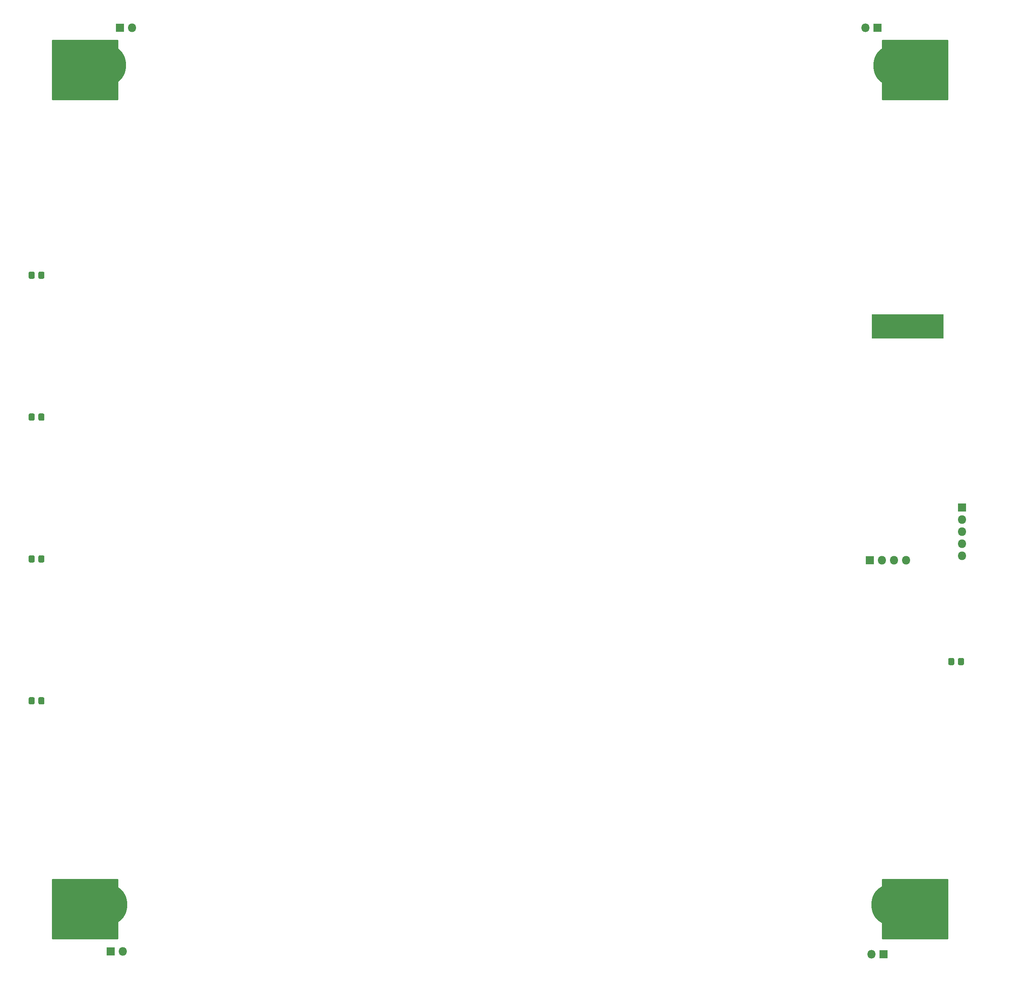
<source format=gbr>
%TF.GenerationSoftware,KiCad,Pcbnew,5.1.6-c6e7f7d~87~ubuntu18.04.1*%
%TF.CreationDate,2020-08-30T13:02:08+02:00*%
%TF.ProjectId,Elektronik,456c656b-7472-46f6-9e69-6b2e6b696361,rev?*%
%TF.SameCoordinates,Original*%
%TF.FileFunction,Soldermask,Bot*%
%TF.FilePolarity,Negative*%
%FSLAX46Y46*%
G04 Gerber Fmt 4.6, Leading zero omitted, Abs format (unit mm)*
G04 Created by KiCad (PCBNEW 5.1.6-c6e7f7d~87~ubuntu18.04.1) date 2020-08-30 13:02:08*
%MOMM*%
%LPD*%
G01*
G04 APERTURE LIST*
%ADD10O,1.800000X1.800000*%
%ADD11R,1.800000X1.800000*%
%ADD12R,15.100000X5.100000*%
%ADD13C,1.000000*%
%ADD14C,8.700000*%
%ADD15C,0.254000*%
G04 APERTURE END LIST*
D10*
%TO.C,J10*%
X218694000Y-133604000D03*
X216154000Y-133604000D03*
X213614000Y-133604000D03*
D11*
X211074000Y-133604000D03*
%TD*%
%TO.C,D535*%
G36*
G01*
X36205000Y-133828262D02*
X36205000Y-132871738D01*
G75*
G02*
X36476738Y-132600000I271738J0D01*
G01*
X37183262Y-132600000D01*
G75*
G02*
X37455000Y-132871738I0J-271738D01*
G01*
X37455000Y-133828262D01*
G75*
G02*
X37183262Y-134100000I-271738J0D01*
G01*
X36476738Y-134100000D01*
G75*
G02*
X36205000Y-133828262I0J271738D01*
G01*
G37*
G36*
G01*
X34155000Y-133828262D02*
X34155000Y-132871738D01*
G75*
G02*
X34426738Y-132600000I271738J0D01*
G01*
X35133262Y-132600000D01*
G75*
G02*
X35405000Y-132871738I0J-271738D01*
G01*
X35405000Y-133828262D01*
G75*
G02*
X35133262Y-134100000I-271738J0D01*
G01*
X34426738Y-134100000D01*
G75*
G02*
X34155000Y-133828262I0J271738D01*
G01*
G37*
%TD*%
%TO.C,D534*%
G36*
G01*
X36205000Y-163673262D02*
X36205000Y-162716738D01*
G75*
G02*
X36476738Y-162445000I271738J0D01*
G01*
X37183262Y-162445000D01*
G75*
G02*
X37455000Y-162716738I0J-271738D01*
G01*
X37455000Y-163673262D01*
G75*
G02*
X37183262Y-163945000I-271738J0D01*
G01*
X36476738Y-163945000D01*
G75*
G02*
X36205000Y-163673262I0J271738D01*
G01*
G37*
G36*
G01*
X34155000Y-163673262D02*
X34155000Y-162716738D01*
G75*
G02*
X34426738Y-162445000I271738J0D01*
G01*
X35133262Y-162445000D01*
G75*
G02*
X35405000Y-162716738I0J-271738D01*
G01*
X35405000Y-163673262D01*
G75*
G02*
X35133262Y-163945000I-271738J0D01*
G01*
X34426738Y-163945000D01*
G75*
G02*
X34155000Y-163673262I0J271738D01*
G01*
G37*
%TD*%
%TO.C,D533*%
G36*
G01*
X36205000Y-74138262D02*
X36205000Y-73181738D01*
G75*
G02*
X36476738Y-72910000I271738J0D01*
G01*
X37183262Y-72910000D01*
G75*
G02*
X37455000Y-73181738I0J-271738D01*
G01*
X37455000Y-74138262D01*
G75*
G02*
X37183262Y-74410000I-271738J0D01*
G01*
X36476738Y-74410000D01*
G75*
G02*
X36205000Y-74138262I0J271738D01*
G01*
G37*
G36*
G01*
X34155000Y-74138262D02*
X34155000Y-73181738D01*
G75*
G02*
X34426738Y-72910000I271738J0D01*
G01*
X35133262Y-72910000D01*
G75*
G02*
X35405000Y-73181738I0J-271738D01*
G01*
X35405000Y-74138262D01*
G75*
G02*
X35133262Y-74410000I-271738J0D01*
G01*
X34426738Y-74410000D01*
G75*
G02*
X34155000Y-74138262I0J271738D01*
G01*
G37*
%TD*%
%TO.C,D532*%
G36*
G01*
X36205000Y-103983262D02*
X36205000Y-103026738D01*
G75*
G02*
X36476738Y-102755000I271738J0D01*
G01*
X37183262Y-102755000D01*
G75*
G02*
X37455000Y-103026738I0J-271738D01*
G01*
X37455000Y-103983262D01*
G75*
G02*
X37183262Y-104255000I-271738J0D01*
G01*
X36476738Y-104255000D01*
G75*
G02*
X36205000Y-103983262I0J271738D01*
G01*
G37*
G36*
G01*
X34155000Y-103983262D02*
X34155000Y-103026738D01*
G75*
G02*
X34426738Y-102755000I271738J0D01*
G01*
X35133262Y-102755000D01*
G75*
G02*
X35405000Y-103026738I0J-271738D01*
G01*
X35405000Y-103983262D01*
G75*
G02*
X35133262Y-104255000I-271738J0D01*
G01*
X34426738Y-104255000D01*
G75*
G02*
X34155000Y-103983262I0J271738D01*
G01*
G37*
%TD*%
D10*
%TO.C,J9*%
X55880000Y-21590000D03*
D11*
X53340000Y-21590000D03*
%TD*%
D10*
%TO.C,J8*%
X210185000Y-21590000D03*
D11*
X212725000Y-21590000D03*
%TD*%
D10*
%TO.C,J7*%
X211455000Y-216535000D03*
D11*
X213995000Y-216535000D03*
%TD*%
D10*
%TO.C,J6*%
X53975000Y-215900000D03*
D11*
X51435000Y-215900000D03*
%TD*%
D10*
%TO.C,J5*%
X230505000Y-132715000D03*
X230505000Y-130175000D03*
X230505000Y-127635000D03*
X230505000Y-125095000D03*
D11*
X230505000Y-122555000D03*
%TD*%
D12*
%TO.C,TP3*%
X219075000Y-84455000D03*
%TD*%
%TO.C,D529*%
G36*
G01*
X228835000Y-154461738D02*
X228835000Y-155418262D01*
G75*
G02*
X228563262Y-155690000I-271738J0D01*
G01*
X227856738Y-155690000D01*
G75*
G02*
X227585000Y-155418262I0J271738D01*
G01*
X227585000Y-154461738D01*
G75*
G02*
X227856738Y-154190000I271738J0D01*
G01*
X228563262Y-154190000D01*
G75*
G02*
X228835000Y-154461738I0J-271738D01*
G01*
G37*
G36*
G01*
X230885000Y-154461738D02*
X230885000Y-155418262D01*
G75*
G02*
X230613262Y-155690000I-271738J0D01*
G01*
X229906738Y-155690000D01*
G75*
G02*
X229635000Y-155418262I0J271738D01*
G01*
X229635000Y-154461738D01*
G75*
G02*
X229906738Y-154190000I271738J0D01*
G01*
X230613262Y-154190000D01*
G75*
G02*
X230885000Y-154461738I0J-271738D01*
G01*
G37*
%TD*%
D13*
%TO.C,H4*%
X218053419Y-203840581D03*
X215773000Y-202896000D03*
X213492581Y-203840581D03*
X212548000Y-206121000D03*
X213492581Y-208401419D03*
X215773000Y-209346000D03*
X218053419Y-208401419D03*
X218998000Y-206121000D03*
D14*
X215773000Y-206121000D03*
%TD*%
D13*
%TO.C,H3*%
X52826419Y-203840581D03*
X50546000Y-202896000D03*
X48265581Y-203840581D03*
X47321000Y-206121000D03*
X48265581Y-208401419D03*
X50546000Y-209346000D03*
X52826419Y-208401419D03*
X53771000Y-206121000D03*
D14*
X50546000Y-206121000D03*
%TD*%
D13*
%TO.C,H2*%
X218434419Y-27310581D03*
X216154000Y-26366000D03*
X213873581Y-27310581D03*
X212929000Y-29591000D03*
X213873581Y-31871419D03*
X216154000Y-32816000D03*
X218434419Y-31871419D03*
X219379000Y-29591000D03*
D14*
X216154000Y-29591000D03*
%TD*%
D13*
%TO.C,H1*%
X52572419Y-27183581D03*
X50292000Y-26239000D03*
X48011581Y-27183581D03*
X47067000Y-29464000D03*
X48011581Y-31744419D03*
X50292000Y-32689000D03*
X52572419Y-31744419D03*
X53517000Y-29464000D03*
D14*
X50292000Y-29464000D03*
%TD*%
D10*
%TO.C,J4*%
X225044000Y-211201000D03*
X222504000Y-211201000D03*
X225044000Y-208661000D03*
X222504000Y-208661000D03*
X225044000Y-206121000D03*
X222504000Y-206121000D03*
X225044000Y-203581000D03*
D11*
X222504000Y-203581000D03*
%TD*%
D10*
%TO.C,J3*%
X43942000Y-211201000D03*
X41402000Y-211201000D03*
X43942000Y-208661000D03*
X41402000Y-208661000D03*
X43942000Y-206121000D03*
X41402000Y-206121000D03*
X43942000Y-203581000D03*
D11*
X41402000Y-203581000D03*
%TD*%
D10*
%TO.C,J2*%
X225298000Y-34671000D03*
X222758000Y-34671000D03*
X225298000Y-32131000D03*
X222758000Y-32131000D03*
X225298000Y-29591000D03*
X222758000Y-29591000D03*
X225298000Y-27051000D03*
D11*
X222758000Y-27051000D03*
%TD*%
D10*
%TO.C,J1*%
X43688000Y-34544000D03*
X41148000Y-34544000D03*
X43688000Y-32004000D03*
X41148000Y-32004000D03*
X43688000Y-29464000D03*
X41148000Y-29464000D03*
X43688000Y-26924000D03*
D11*
X41148000Y-26924000D03*
%TD*%
D15*
G36*
X52842034Y-213233000D02*
G01*
X39126034Y-213233000D01*
X39126034Y-200787000D01*
X52842034Y-200787000D01*
X52842034Y-213233000D01*
G37*
X52842034Y-213233000D02*
X39126034Y-213233000D01*
X39126034Y-200787000D01*
X52842034Y-200787000D01*
X52842034Y-213233000D01*
G36*
X227467034Y-36703000D02*
G01*
X213751034Y-36703000D01*
X213751034Y-24257000D01*
X227467034Y-24257000D01*
X227467034Y-36703000D01*
G37*
X227467034Y-36703000D02*
X213751034Y-36703000D01*
X213751034Y-24257000D01*
X227467034Y-24257000D01*
X227467034Y-36703000D01*
G36*
X52842034Y-36703000D02*
G01*
X39126034Y-36703000D01*
X39126034Y-24257000D01*
X52842034Y-24257000D01*
X52842034Y-36703000D01*
G37*
X52842034Y-36703000D02*
X39126034Y-36703000D01*
X39126034Y-24257000D01*
X52842034Y-24257000D01*
X52842034Y-36703000D01*
G36*
X227467034Y-213233000D02*
G01*
X213751034Y-213233000D01*
X213751034Y-200787000D01*
X227467034Y-200787000D01*
X227467034Y-213233000D01*
G37*
X227467034Y-213233000D02*
X213751034Y-213233000D01*
X213751034Y-200787000D01*
X227467034Y-200787000D01*
X227467034Y-213233000D01*
M02*

</source>
